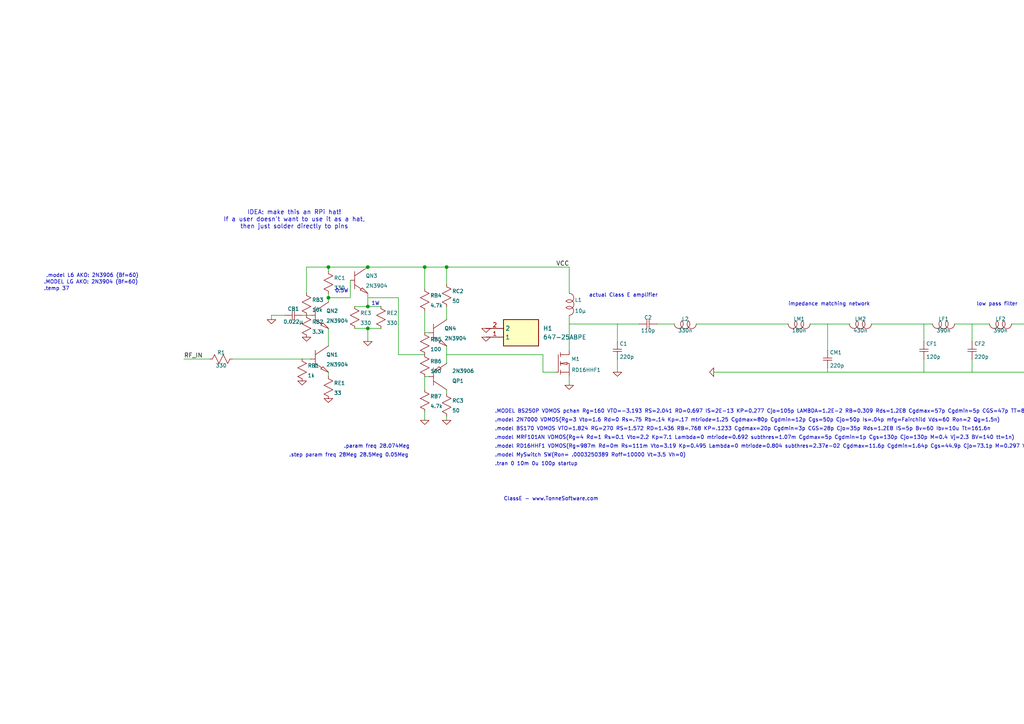
<source format=kicad_sch>
(kicad_sch (version 20231120) (generator "eeschema") (generator_version "8.0")
  (paper "A4")
  (lib_symbols
    (symbol "heatsink:647-25ABPE"
      (property "Reference" "H" (at 16.51 7.62 0))
      (property "Value" "647-25ABPE" (at 16.51 5.08 0))
      (symbol "647-25ABPE_1_1"
        (rectangle (start 5.08 2.54) (end 15.24 -5.08) (stroke (width 0.254)) (fill (type background)))
        (pin passive line (at 0 -2.54 0) (length 5.08) (name "1") (number "1"))
        (pin passive line (at 0 0 0) (length 5.08) (name "2") (number "2"))
      )
    )
    (symbol "ltspice:GND" (power)
      (symbol "GND_0_0"
        (polyline (pts (xy 1.27 0) (xy -1.27 0) (xy 0 -1.1938) (xy 1.27 0) (xy -1.27 0) (xy 0 -1.1938)) (stroke (width 0.1524)))
        (pin power_in line (at 0 0 0) (length 0.0005) (name "") (number ""))
      )
    )
    (symbol "ltspice:cap" (pin_numbers hide)
      (symbol "cap_0_0"
        (polyline (pts (xy 1.27 -5.08) (xy 1.27 -2.8702)) (stroke (width 0.1524)))
        (polyline (pts (xy 1.27 0) (xy 1.27 -2.2352)) (stroke (width 0.1524)))
        (polyline (pts (xy 2.54 -2.8702) (xy 0 -2.8702)) (stroke (width 0.1524)))
        (polyline (pts (xy 2.54 -2.2352) (xy 0 -2.2352)) (stroke (width 0.1524)))
        (pin passive line (at 1.27 0 0) (length 0.0005) (name "") (number "1"))
        (pin passive line (at 1.27 -5.08 0) (length 0.0005) (name "") (number "2"))
      )
    )
    (symbol "ltspice:ind" (pin_numbers hide)
      (symbol "ind_0_0"
        (arc (start 0.3302 -5.4102) (mid 2.6171 -4.436) (end 0.3302 -3.5052) (stroke (width 0.1524)))
        (arc (start 0.3302 -3.5052) (mid 2.518 -3.0472) (end 1.27 -1.27) (stroke (width 0.1524)))
        (arc (start 1.27 -7.62) (mid 2.4433 -5.864) (end 0.3302 -5.4102) (stroke (width 0.1524)))
        (pin passive line (at 1.27 -1.27 0) (length 0.0005) (name "") (number "1"))
        (pin passive line (at 1.27 -7.62 0) (length 0.0005) (name "") (number "2"))
      )
    )
    (symbol "ltspice:nmos" (pin_numbers hide)
      (property "Reference" "M1" (at 4.445 -2.54 0))
      (property "Value" "RD16HHF1" (at 4.445 -5.715 0))
      (symbol "nmos_0_0"
        (polyline (pts (xy 0.635 -6.35) (xy 0 -6.35)) (stroke (width 0.1524)))
        (polyline (pts (xy 0.635 -6.35) (xy 0.635 -1.27)) (stroke (width 0.1524)))
        (polyline (pts (xy 1.27 -6.985) (xy 1.27 -5.715)) (stroke (width 0.1524)))
        (polyline (pts (xy 1.27 -4.445) (xy 1.27 -3.175)) (stroke (width 0.1524)))
        (polyline (pts (xy 1.27 -1.905) (xy 1.27 -0.635)) (stroke (width 0.1524)))
        (polyline (pts (xy 1.27 -1.27) (xy 3.81 -1.27)) (stroke (width 0.1524)))
        (polyline (pts (xy 3.175 -4.1402) (xy 1.27 -3.81)) (stroke (width 0.1524)))
        (polyline (pts (xy 3.175 -4.1402) (xy 3.175 -3.5052)) (stroke (width 0.1524)))
        (polyline (pts (xy 3.175 -3.5052) (xy 1.27 -3.81)) (stroke (width 0.1524)))
        (polyline (pts (xy 3.81 -7.62) (xy 3.81 -3.81)) (stroke (width 0.1524)))
        (polyline (pts (xy 3.81 -6.35) (xy 1.27 -6.35)) (stroke (width 0.1524)))
        (polyline (pts (xy 3.81 -3.81) (xy 3.175 -3.81)) (stroke (width 0.1524)))
        (polyline (pts (xy 3.81 -1.27) (xy 3.81 0)) (stroke (width 0.1524)))
        (pin passive line (at 0 -6.35 0) (length 0.0005) (name "G") (number "1"))
        (pin passive line (at 3.81 -7.62 0) (length 0.0005) (name "S") (number "2"))
      )
      (symbol "nmos_1_0"
        (pin passive line (at 3.81 0 0) (length 0.0005) (name "D") (number "3"))
      )
    )
    (symbol "ltspice:npn" (pin_numbers hide)
      (symbol "npn_0_0"
        (polyline (pts (xy 0 -3.81) (xy 1.27 -3.81)) (stroke (width 0.1524)))
        (polyline (pts (xy 1.27 -5.08) (xy 3.175 -6.35)) (stroke (width 0.1524)))
        (polyline (pts (xy 1.27 -1.27) (xy 1.27 -6.35)) (stroke (width 0.1524)))
        (polyline (pts (xy 2.8702 -6.6802) (xy 3.5052 -6.0452)) (stroke (width 0.1524)))
        (polyline (pts (xy 2.8702 -6.6802) (xy 5.08 -7.62)) (stroke (width 0.1524)))
        (polyline (pts (xy 3.5052 -6.0452) (xy 5.08 -7.62)) (stroke (width 0.1524)))
        (polyline (pts (xy 5.08 0) (xy 1.27 -2.54)) (stroke (width 0.1524)))
        (pin passive line (at 5.08 0 0) (length 0.0005) (name "C") (number "1"))
        (pin passive line (at 0 -3.81 0) (length 0.0005) (name "B") (number "2"))
        (pin passive line (at 5.08 -7.62 0) (length 0.0005) (name "E") (number "3"))
      )
    )
    (symbol "ltspice:pnp" (pin_numbers hide)
      (symbol "pnp_0_0"
        (polyline (pts (xy 0 -3.81) (xy 1.27 -3.81)) (stroke (width 0.1524)))
        (polyline (pts (xy 1.27 -1.27) (xy 1.27 -6.35)) (stroke (width 0.1524)))
        (polyline (pts (xy 2.8702 -6.6802) (xy 1.27 -5.08)) (stroke (width 0.1524)))
        (polyline (pts (xy 2.8702 -6.6802) (xy 3.5052 -6.0452)) (stroke (width 0.1524)))
        (polyline (pts (xy 3.5052 -6.0452) (xy 1.27 -5.08)) (stroke (width 0.1524)))
        (polyline (pts (xy 5.08 -7.62) (xy 3.175 -6.35)) (stroke (width 0.1524)))
        (polyline (pts (xy 5.08 0) (xy 1.27 -2.54)) (stroke (width 0.1524)))
        (pin passive line (at 5.08 0 0) (length 0.0005) (name "C") (number "1"))
        (pin passive line (at 0 -3.81 0) (length 0.0005) (name "B") (number "2"))
        (pin passive line (at 5.08 -7.62 0) (length 0.0005) (name "E") (number "3"))
      )
    )
    (symbol "ltspice:res" (pin_numbers hide)
      (symbol "res_0_0"
        (polyline (pts (xy 0 -6.35) (xy 2.54 -5.08)) (stroke (width 0.1524)))
        (polyline (pts (xy 0 -3.81) (xy 2.54 -2.54)) (stroke (width 0.1524)))
        (polyline (pts (xy 1.27 -7.62) (xy 1.27 -6.985)) (stroke (width 0.1524)))
        (polyline (pts (xy 1.27 -6.985) (xy 0 -6.35)) (stroke (width 0.1524)))
        (polyline (pts (xy 1.27 -1.905) (xy 1.27 -1.27)) (stroke (width 0.1524)))
        (polyline (pts (xy 2.54 -5.08) (xy 0 -3.81)) (stroke (width 0.1524)))
        (polyline (pts (xy 2.54 -2.54) (xy 1.27 -1.905)) (stroke (width 0.1524)))
        (pin passive line (at 1.27 -1.27 0) (length 0.0005) (name "") (number "1"))
        (pin passive line (at 1.27 -7.62 0) (length 0.0005) (name "") (number "2"))
      )
    )
  )
  (junction (at 106.68 88.9))
  (junction (at 106.68 77.47))
  (junction (at 95.25 86.36))
  (junction (at 129.54 77.47))
  (junction (at 106.68 95.25))
  (junction (at 298.45 93.98))
  (junction (at 95.25 77.47))
  (junction (at 123.19 77.47))
  (wire (pts (xy 95.25 109.22) (xy 95.25 107.95)) (stroke (width 0.1524)))
  (wire (pts (xy 298.45 107.95) (xy 298.45 104.14)) (stroke (width 0.1524)))
  (wire (pts (xy 123.19 96.52) (xy 123.19 90.17)) (stroke (width 0.1524)))
  (wire (pts (xy 129.54 92.71) (xy 129.54 88.9)) (stroke (width 0.1524)))
  (wire (pts (xy 246.38 93.98) (xy 240.03 93.98)) (stroke (width 0.1524)))
  (wire (pts (xy 129.54 114.3) (xy 129.54 113.03)) (stroke (width 0.1524)))
  (wire (pts (xy 53.34 104.14) (xy 60.96 104.14)))
  (wire (pts (xy 281.94 107.95) (xy 267.97 107.95)) (stroke (width 0.1524)))
  (wire (pts (xy 101.6 86.36) (xy 95.25 86.36)) (stroke (width 0.1524)))
  (wire (pts (xy 90.17 104.14) (xy 87.63 104.14)) (stroke (width 0.1524)))
  (wire (pts (xy 95.25 100.33) (xy 95.25 95.25)) (stroke (width 0.1524)))
  (wire (pts (xy 106.68 95.25) (xy 106.68 99.06)))
  (wire (pts (xy 106.68 86.36) (xy 106.68 85.09)) (stroke (width 0.1524)))
  (wire (pts (xy 129.54 121.92) (xy 129.54 120.65)) (stroke (width 0.1524)))
  (wire (pts (xy 179.07 99.06) (xy 179.07 93.98)) (stroke (width 0.1524)))
  (wire (pts (xy 161.29 107.95) (xy 157.48 107.95)) (stroke (width 0.1524)))
  (wire (pts (xy 106.68 88.9) (xy 110.49 88.9)))
  (wire (pts (xy 270.51 93.98) (xy 267.97 93.98)) (stroke (width 0.1524)))
  (wire (pts (xy 82.55 91.44) (xy 78.74 91.44)))
  (wire (pts (xy 88.9 85.09) (xy 88.9 77.47)) (stroke (width 0.1524)))
  (wire (pts (xy 179.07 93.98) (xy 165.1 93.98)) (stroke (width 0.1524)))
  (wire (pts (xy 123.19 121.92) (xy 123.19 119.38)) (stroke (width 0.1524)))
  (wire (pts (xy 123.19 113.03) (xy 123.19 109.22)) (stroke (width 0.1524)))
  (wire (pts (xy 106.68 77.47) (xy 123.19 77.47)) (stroke (width 0.1524)))
  (wire (pts (xy 267.97 107.95) (xy 267.97 104.14)) (stroke (width 0.1524)))
  (wire (pts (xy 123.19 77.47) (xy 123.19 83.82)) (stroke (width 0.1524)))
  (wire (pts (xy 185.42 93.98) (xy 179.07 93.98)) (stroke (width 0.1524)))
  (wire (pts (xy 115.57 86.36) (xy 106.68 86.36)) (stroke (width 0.1524)))
  (wire (pts (xy 101.6 86.36) (xy 101.6 81.28)) (stroke (width 0.1524)))
  (wire (pts (xy 123.19 102.87) (xy 115.57 102.87)) (stroke (width 0.1524)))
  (wire (pts (xy 298.45 93.98) (xy 304.8 93.98)))
  (wire (pts (xy 129.54 77.47) (xy 165.1 77.47)) (stroke (width 0.1524)))
  (wire (pts (xy 78.74 91.44) (xy 78.74 92.71)))
  (wire (pts (xy 298.45 107.95) (xy 281.94 107.95)) (stroke (width 0.1524)))
  (wire (pts (xy 102.87 88.9) (xy 106.68 88.9)))
  (wire (pts (xy 88.9 77.47) (xy 95.25 77.47)) (stroke (width 0.1524)))
  (wire (pts (xy 179.07 107.95) (xy 179.07 104.14)) (stroke (width 0.1524)))
  (wire (pts (xy 95.25 85.09) (xy 95.25 86.36)))
  (wire (pts (xy 240.03 107.95) (xy 240.03 106.68)) (stroke (width 0.1524)))
  (wire (pts (xy 240.03 107.95) (xy 207.01 107.95)) (stroke (width 0.1524)))
  (wire (pts (xy 281.94 99.06) (xy 281.94 93.98)) (stroke (width 0.1524)))
  (wire (pts (xy 115.57 102.87) (xy 115.57 86.36)) (stroke (width 0.1524)))
  (wire (pts (xy 267.97 93.98) (xy 252.73 93.98)) (stroke (width 0.1524)))
  (wire (pts (xy 102.87 95.25) (xy 106.68 95.25)))
  (wire (pts (xy 106.68 95.25) (xy 110.49 95.25)))
  (wire (pts (xy 267.97 99.06) (xy 267.97 93.98)) (stroke (width 0.1524)))
  (wire (pts (xy 88.9 91.44) (xy 87.63 91.44)) (stroke (width 0.1524)))
  (wire (pts (xy 287.02 93.98) (xy 281.94 93.98)) (stroke (width 0.1524)))
  (wire (pts (xy 165.1 111.76) (xy 165.1 109.22)) (stroke (width 0.1524)))
  (wire (pts (xy 129.54 105.41) (xy 129.54 102.87)) (stroke (width 0.1524)))
  (wire (pts (xy 267.97 107.95) (xy 240.03 107.95)) (stroke (width 0.1524)))
  (wire (pts (xy 165.1 101.6) (xy 165.1 93.98)) (stroke (width 0.1524)))
  (wire (pts (xy 298.45 99.06) (xy 298.45 93.98)) (stroke (width 0.1524)))
  (wire (pts (xy 95.25 77.47) (xy 95.25 78.74)))
  (wire (pts (xy 95.25 77.47) (xy 106.68 77.47)) (stroke (width 0.1524)))
  (wire (pts (xy 90.17 91.44) (xy 88.9 91.44)) (stroke (width 0.1524)))
  (wire (pts (xy 240.03 93.98) (xy 234.95 93.98)) (stroke (width 0.1524)))
  (wire (pts (xy 228.6 93.98) (xy 201.93 93.98)) (stroke (width 0.1524)))
  (wire (pts (xy 165.1 85.09) (xy 165.1 77.47)) (stroke (width 0.1524)))
  (wire (pts (xy 106.68 88.9) (xy 106.68 86.36)) (stroke (width 0.1524)))
  (wire (pts (xy 129.54 77.47) (xy 123.19 77.47)) (stroke (width 0.1524)))
  (wire (pts (xy 157.48 102.87) (xy 129.54 102.87)) (stroke (width 0.1524)))
  (wire (pts (xy 124.46 109.22) (xy 123.19 109.22)) (stroke (width 0.1524)))
  (wire (pts (xy 190.5 93.98) (xy 195.58 93.98)))
  (wire (pts (xy 95.25 87.63) (xy 95.25 86.36)) (stroke (width 0.1524)))
  (wire (pts (xy 240.03 101.6) (xy 240.03 93.98)) (stroke (width 0.1524)))
  (wire (pts (xy 157.48 107.95) (xy 157.48 102.87)) (stroke (width 0.1524)))
  (wire (pts (xy 165.1 93.98) (xy 165.1 91.44)) (stroke (width 0.1524)))
  (wire (pts (xy 129.54 77.47) (xy 129.54 82.55)) (stroke (width 0.1524)))
  (wire (pts (xy 87.63 104.14) (xy 67.31 104.14)) (stroke (width 0.1524)))
  (wire (pts (xy 281.94 107.95) (xy 281.94 104.14)) (stroke (width 0.1524)))
  (wire (pts (xy 129.54 102.87) (xy 129.54 100.33)) (stroke (width 0.1524)))
  (wire (pts (xy 293.37 93.98) (xy 298.45 93.98)) (stroke (width 0.1524)))
  (wire (pts (xy 124.46 96.52) (xy 123.19 96.52)) (stroke (width 0.1524)))
  (wire (pts (xy 281.94 93.98) (xy 276.86 93.98)) (stroke (width 0.1524)))
  (text "impedance matching network" (at 228.6 88.265 0) (effects (font (size 1.0668 1.0668)) (justify left)))
  (text ".step param freq 28Meg 28.5Meg 0.05Meg" (at 83.82 132.08 0) (effects (font (size 1.0668 1.0668)) (justify left)))
  (text ".model MRF101AN VDMOS(Rg=4 Rd=1 Rs=0.1 Vto=2.2 Kp=7.1 Lambda=0 mtriode=0.692 subthres=1.07m Cgdmax=5p Cgdmin=1p Cgs=130p Cjo=130p M=0.4 Vj=2.3 BV=140 tt=1n)" (at 143.51 127 0) (effects (font (size 1.0668 1.0668)) (justify left)))
  (text ".param freq 28.074Meg" (at 99.695 129.54 0) (effects (font (size 1.0668 1.0668)) (justify left)))
  (text "low pass filter" (at 283.21 88.265 0) (effects (font (size 1.0668 1.0668)) (justify left)))
  (text "0.5W" (at 97.155 84.455 0) (effects (font (size 1.0668 1.0668)) (justify left)))
  (text ".tran 0 10m 0u 100p startup" (at 143.51 134.62 0) (effects (font (size 1.0668 1.0668)) (justify left)))
  (text ".MODEL BS250P VDMOS pchan Rg=160 VTO=-3.193 RS=2.041 RD=0.697 IS=2E-13 KP=0.277 Cjo=105p LAMBDA=1.2E-2 RB=0.309 Rds=1.2E8 Cgdmax=57p Cgdmin=5p CGS=47p TT=86.56n BV=45 IBV=10u" (at 143.51 119.38 0) (effects (font (size 1.0668 1.0668)) (justify left)))
  (text ".model L6 AKO: 2N3906 (Bf=60)" (at 13.335 80.01 0) (effects (font (size 1.0668 1.0668)) (justify left)))
  (text ".model RD16HHF1 VDMOS(Rg=987m Rd=0m Rs=111m Vto=3.19 Kp=0.495 Lambda=0 mtriode=0.804 subthres=2.37e-02 Cgdmax=11.6p Cgdmin=1.64p Cgs=44.9p Cjo=73.1p M=0.297 Vj=0.839)" (at 143.51 129.54 0) (effects (font (size 1.0668 1.0668)) (justify left)))
  (text ".MODEL LG AKO: 2N3904 (Bf=60)" (at 12.7 81.915 0) (effects (font (size 1.0668 1.0668)) (justify left)))
  (text "actual Class E amplifier" (at 170.815 85.725 0) (effects (font (size 1.0668 1.0668)) (justify left)))
  (text ".temp 37" (at 12.7 83.82 0) (effects (font (size 1.0668 1.0668)) (justify left)))
  (text "IDEA: make this an RPi hat!\nIf a user doesn't want to use it as a hat,\nthen just solder directly to pins" (at 85.344 63.754 0) (effects (font (size 1.27 1.27))))
  (text "ClassE - www.TonneSoftware.com" (at 146.05 144.78 0) (effects (font (size 1.0668 1.0668)) (justify left)))
  (text ".model 2N7000 VDMOS(Rg=3 Vto=1.6 Rd=0 Rs=.75 Rb=.14 Kp=.17 mtriode=1.25 Cgdmax=80p Cgdmin=12p Cgs=50p Cjo=50p Is=.04p mfg=Fairchild Vds=60 Ron=2 Qg=1.5n)" (at 143.51 121.92 0) (effects (font (size 1.0668 1.0668)) (justify left)))
  (text ".model MySwitch SW(Ron= .0003250389 Roff=10000 Vt=3.5 Vh=0)" (at 143.51 132.08 0) (effects (font (size 1.0668 1.0668)) (justify left)))
  (text "1W" (at 107.696 88.138 0) (effects (font (size 1.0668 1.0668)) (justify left)))
  (text ".model BS170 VDMOS VTO=1.824 RG=270 RS=1.572 RD=1.436 RB=.768 KP=.1233 Cgdmax=20p Cgdmin=3p CGS=28p Cjo=35p Rds=1.2E8 IS=5p Bv=60 Ibv=10u Tt=161.6n" (at 143.51 124.46 0) (effects (font (size 1.0668 1.0668)) (justify left)))
  (label "VCC" (at 161.29 77.47 0))
  (label "RF_OUT" (at 304.8 93.98 180))
  (label "RF_IN" (at 53.34 104.14 0))
  (symbol (lib_id "ltspice:GND") (at 179.07 107.95 0) (unit 1)
    (property "Reference" "#GND01" (effects (hide yes)))
    (property "Value" "0" (effects (hide yes)))
  )
  (symbol (lib_id "ltspice:GND") (at 140.97 95.25 0) (unit 1)
    (property "Reference" "#GND05" (effects (hide yes)))
    (property "Value" "0" (effects (hide yes)))
  )
  (symbol (lib_id "ltspice:cap") (at 238.76 101.6 0) (unit 1)
    (property "Reference" "CM1" (at 240.665 102.235 0) (effects (font (size 1.0668 1.0668)) (justify left)))
    (property "Value" "220p" (at 240.665 106.045 0) (effects (font (size 1.0668 1.0668)) (justify left)))
    (property "Footprint" "Capacitor_SMD:C_0805_2012Metric_Pad1.18x1.45mm_HandSolder" (effects (hide yes)))
    (property "Description" "600F221FT250XT " (effects (hide yes)))
    (property "Sim.Device" "C" (effects (hide yes)))
    (property "Sim.Params" "C=${VALUE}" (effects (hide yes)))
  )
  (symbol (lib_id "ltspice:cap") (at 177.8 99.06 0) (unit 1)
    (property "Reference" "C1" (at 179.705 99.695 0) (effects (font (size 1.0668 1.0668)) (justify left)))
    (property "Value" "220p" (at 179.705 103.505 0) (effects (font (size 1.0668 1.0668)) (justify left)))
    (property "Footprint" "Capacitor_SMD:C_0805_2012Metric_Pad1.18x1.45mm_HandSolder" (effects (hide yes)))
    (property "Description" "600F221FT250XT " (effects (hide yes)))
    (property "Sim.Device" "C" (effects (hide yes)))
    (property "Sim.Params" "C=${VALUE}" (effects (hide yes)))
  )
  (symbol (lib_id "ltspice:npn") (at 124.46 92.71 0) (unit 1)
    (property "Reference" "QN4" (at 128.905 95.25 0) (effects (font (size 1.0668 1.0668)) (justify left)))
    (property "Value" "2N3904" (at 128.905 98.1202 0) (effects (font (size 1.0668 1.0668)) (justify left)))
    (property "Footprint" "Package_TO_SOT_THT:TO-92L_Inline" (effects (hide yes)))
    (property "Sim.Device" "SPICE" (effects (hide yes)))
    (property "Sim.Params" "model=\"LG\"" (effects (hide yes)))
  )
  (symbol (lib_id "ltspice:ind") (at 254 92.71 270) (unit 1)
    (property "Reference" "LM2" (at 249.555 93.1164 90) (effects (font (size 1.0668 1.0668)) (justify bottom)))
    (property "Value" "430n" (at 249.555 95.25 90) (effects (font (size 1.0668 1.0668)) (justify top)))
    (property "Footprint" "2929SQ-431GEC:2929SQ431GEC" (effects (hide yes)))
    (property "Description" "2929SQ-431GEC" (effects (hide yes)))
    (property "Sim.Device" "L" (effects (hide yes)))
    (property "Sim.Params" "L=${VALUE}" (effects (hide yes)))
  )
  (symbol (lib_id "ltspice:GND") (at 88.9 97.79 0) (unit 1)
    (property "Reference" "#GND010" (effects (hide yes)))
    (property "Value" "0" (effects (hide yes)))
  )
  (symbol (lib_id "ltspice:res") (at 93.98 77.47 0) (unit 1)
    (property "Reference" "RC1" (at 96.8502 80.645 0) (effects (font (size 1.0668 1.0668)) (justify left)))
    (property "Value" "330" (at 96.8502 83.5152 0) (effects (font (size 1.0668 1.0668)) (justify left)))
    (property "Footprint" "Resistor_SMD:R_1206_3216Metric_Pad1.30x1.75mm_HandSolder" (effects (hide yes)))
    (property "Description" "TNPW1206330RBEEA" (effects (hide yes)))
    (property "Sim.Device" "R" (effects (hide yes)))
    (property "Sim.Params" "R=${VALUE}" (effects (hide yes)))
  )
  (symbol (lib_id "ltspice:GND") (at 165.1 111.76 0) (unit 1)
    (property "Reference" "#GND00" (effects (hide yes)))
    (property "Value" "0" (effects (hide yes)))
  )
  (symbol (lib_id "ltspice:res") (at 86.36 102.87 0) (unit 1)
    (property "Reference" "RB1" (at 89.2302 106.045 0) (effects (font (size 1.0668 1.0668)) (justify left)))
    (property "Value" "1k" (at 89.2302 108.9152 0) (effects (font (size 1.0668 1.0668)) (justify left)))
    (property "Footprint" "Resistor_SMD:R_0603_1608Metric_Pad0.98x0.95mm_HandSolder" (effects (hide yes)))
    (property "Description" "RT0603FRE071KL " (effects (hide yes)))
    (property "Sim.Device" "R" (effects (hide yes)))
    (property "Sim.Params" "R=${VALUE}" (effects (hide yes)))
  )
  (symbol (lib_id "ltspice:GND") (at 129.54 121.92 0) (unit 1)
    (property "Reference" "#GND011" (effects (hide yes)))
    (property "Value" "0" (effects (hide yes)))
  )
  (symbol (lib_id "ltspice:res") (at 101.6 87.63 0) (unit 1)
    (property "Reference" "RE3" (at 104.4702 90.805 0) (effects (font (size 1.0668 1.0668)) (justify left)))
    (property "Value" "330" (at 104.4702 93.6752 0) (effects (font (size 1.0668 1.0668)) (justify left)))
    (property "Footprint" "Resistor_SMD:R_1206_3216Metric_Pad1.30x1.75mm_HandSolder" (effects (hide yes)))
    (property "Description" "TNPW1206330RBEEA" (effects (hide yes)))
    (property "Sim.Device" "R" (effects (hide yes)))
    (property "Sim.Params" "R=${VALUE}" (effects (hide yes)))
  )
  (symbol (lib_id "ltspice:res") (at 93.98 107.95 0) (unit 1)
    (property "Reference" "RE1" (at 96.8502 111.125 0) (effects (font (size 1.0668 1.0668)) (justify left)))
    (property "Value" "33" (at 96.8502 113.9952 0) (effects (font (size 1.0668 1.0668)) (justify left)))
    (property "Footprint" "Resistor_SMD:R_0603_1608Metric_Pad0.98x0.95mm_HandSolder" (effects (hide yes)))
    (property "Description" "RT0603FRE0733RL" (effects (hide yes)))
    (property "Sim.Device" "R" (effects (hide yes)))
    (property "Sim.Params" "R=${VALUE}" (effects (hide yes)))
  )
  (symbol (lib_id "ltspice:pnp") (at 124.46 113.03 0) (mirror x) (unit 1)
    (property "Reference" "QP1" (at 131.1402 110.49 0) (effects (font (size 1.0668 1.0668)) (justify left)))
    (property "Value" "2N3906" (at 131.1402 107.6198 0) (effects (font (size 1.0668 1.0668)) (justify left)))
    (property "Footprint" "Package_TO_SOT_THT:TO-92L_Inline" (effects (hide yes)))
    (property "Sim.Device" "SPICE" (effects (hide yes)))
    (property "Sim.Params" "model=\"L6\"" (effects (hide yes)))
  )
  (symbol (lib_id "ltspice:res") (at 121.92 82.55 0) (unit 1)
    (property "Reference" "RB4" (at 124.7902 85.725 0) (effects (font (size 1.0668 1.0668)) (justify left)))
    (property "Value" "4.7k" (at 124.7902 88.5952 0) (effects (font (size 1.0668 1.0668)) (justify left)))
    (property "Footprint" "Resistor_SMD:R_0603_1608Metric_Pad0.98x0.95mm_HandSolder" (effects (hide yes)))
    (property "Description" "RT0603FRE074K7L" (effects (hide yes)))
    (property "Sim.Device" "R" (effects (hide yes)))
    (property "Sim.Params" "R=${VALUE}" (effects (hide yes)))
  )
  (symbol (lib_id "ltspice:npn") (at 101.6 77.47 0) (unit 1)
    (property "Reference" "QN3" (at 106.045 80.01 0) (effects (font (size 1.0668 1.0668)) (justify left)))
    (property "Value" "2N3904" (at 106.045 82.8802 0) (effects (font (size 1.0668 1.0668)) (justify left)))
    (property "Footprint" "Package_TO_SOT_THT:TO-92L_Inline" (effects (hide yes)))
    (property "Sim.Device" "SPICE" (effects (hide yes)))
    (property "Sim.Params" "model=\"LG\"" (effects (hide yes)))
  )
  (symbol (lib_id "heatsink:647-25ABPE") (at 140.97 95.25 0) (unit 1)
    (property "Reference" "H1" (at 157.48 95.2499 0) (effects (justify left)))
    (property "Value" "647-25ABPE" (at 157.48 97.7899 0) (effects (justify left)))
    (property "Footprint" "64725ABPE" (effects (hide yes)))
    (property "Datasheet" "https://wakefieldthermal.com/content/data_sheets/647%20%281%29.pdf" (effects (hide yes)))
    (property "Description" "Heat Sink TO-220 Aluminum 6.0W @ 25C Board Level, Vertical" (effects (hide yes)))
    (property "Height" "63.5" (effects (hide yes)))
    (property "Mouser Part Number" "567-647-25ABPE" (effects (hide yes)))
    (property "Mouser Price/Stock" "https://www.mouser.co.uk/ProductDetail/Wakefield-Thermal/647-25ABPE?qs=1%252ByrAFyf4wEF4vm1j%252Byz0w%3D%3D" (effects (hide yes)))
    (property "Manufacturer_Name" "Wakefield Thermal" (effects (hide yes)))
    (property "Manufacturer_Part_Number" "647-25ABPE" (effects (hide yes)))
  )
  (symbol (lib_id "ltspice:res") (at 121.92 101.6 0) (unit 1)
    (property "Reference" "RB6" (at 124.7902 104.775 0) (effects (font (size 1.0668 1.0668)) (justify left)))
    (property "Value" "100" (at 124.7902 107.6452 0) (effects (font (size 1.0668 1.0668)) (justify left)))
    (property "Footprint" "Resistor_SMD:R_0603_1608Metric_Pad0.98x0.95mm_HandSolder" (effects (hide yes)))
    (property "Description" "RT0603FRE07100RL" (effects (hide yes)))
    (property "Sim.Device" "R" (effects (hide yes)))
    (property "Sim.Params" "R=${VALUE}" (effects (hide yes)))
  )
  (symbol (lib_id "ltspice:res") (at 68.58 102.87 270) (unit 1)
    (property "Reference" "R1" (at 64.135 102.87 90) (effects (font (size 1.0668 1.0668)) (justify bottom)))
    (property "Value" "330" (at 64.135 105.41 90) (effects (font (size 1.0668 1.0668)) (justify top)))
    (property "Footprint" "Resistor_SMD:R_0603_1608Metric_Pad0.98x0.95mm_HandSolder" (effects (hide yes)))
    (property "Description" "RT0603DRD07330RL" (effects (hide yes)))
    (property "Sim.Device" "R" (effects (hide yes)))
    (property "Sim.Params" "R=${VALUE}" (effects (hide yes)))
  )
  (symbol (lib_id "ltspice:res") (at 87.63 83.82 0) (unit 1)
    (property "Reference" "RB3" (at 90.5002 86.995 0) (effects (font (size 1.0668 1.0668)) (justify left)))
    (property "Value" "10k" (at 90.5002 89.8652 0) (effects (font (size 1.0668 1.0668)) (justify left)))
    (property "Footprint" "Resistor_SMD:R_0603_1608Metric_Pad0.98x0.95mm_HandSolder" (effects (hide yes)))
    (property "Description" "RT0603FRE0710KL " (effects (hide yes)))
    (property "Sim.Device" "R" (effects (hide yes)))
    (property "Sim.Params" "R=${VALUE}" (effects (hide yes)))
  )
  (symbol (lib_id "ltspice:GND") (at 140.97 97.79 0) (unit 1)
    (property "Reference" "#GND04" (effects (hide yes)))
    (property "Value" "0" (effects (hide yes)))
  )
  (symbol (lib_id "ltspice:GND") (at 95.25 115.57 0) (unit 1)
    (property "Reference" "#GND08" (effects (hide yes)))
    (property "Value" "0" (effects (hide yes)))
  )
  (symbol (lib_id "ltspice:GND") (at 207.01 107.95 270) (unit 1)
    (property "Reference" "#GND02" (effects (hide yes)))
    (property "Value" "0" (effects (hide yes)))
  )
  (symbol (lib_id "ltspice:cap") (at 87.63 90.17 270) (unit 1)
    (property "Reference" "CB1" (at 85.09 90.17 90) (effects (font (size 1.0668 1.0668)) (justify bottom)))
    (property "Value" "0.022µ" (at 85.09 92.71 90) (effects (font (size 1.0668 1.0668)) (justify top)))
    (property "Footprint" "Capacitor_SMD:C_0805_2012Metric_Pad1.18x1.45mm_HandSolder" (effects (hide yes)))
    (property "Description" "GRM21B5C2A223JA01L" (effects (hide yes)))
    (property "Sim.Device" "C" (effects (hide yes)))
    (property "Sim.Params" "C=${VALUE}" (effects (hide yes)))
  )
  (symbol (lib_id "ltspice:ind") (at 163.83 83.82 0) (unit 1)
    (property "Reference" "L1" (at 166.7002 86.995 0) (effects (font (size 1.0668 1.0668)) (justify left)))
    (property "Value" "10µ" (at 166.7002 90.17 0) (effects (font (size 1.0668 1.0668)) (justify left)))
    (property "Footprint" "B82144A2103K:INDAD3280W80L1200D520" (effects (hide yes)))
    (property "Description" "B82144A2103K " (effects (hide yes)))
    (property "Sim.Device" "L" (effects (hide yes)))
    (property "Sim.Params" "L=${VALUE}" (effects (hide yes)))
  )
  (symbol (lib_id "ltspice:cap") (at 280.67 99.06 0) (unit 1)
    (property "Reference" "CF2" (at 282.575 99.695 0) (effects (font (size 1.0668 1.0668)) (justify left)))
    (property "Value" "220p" (at 282.575 103.505 0) (effects (font (size 1.0668 1.0668)) (justify left)))
    (property "Footprint" "Capacitor_SMD:C_0805_2012Metric_Pad1.18x1.45mm_HandSolder" (effects (hide yes)))
    (property "Description" "600F221FT250XT " (effects (hide yes)))
    (property "Sim.Device" "C" (effects (hide yes)))
    (property "Sim.Params" "C=${VALUE}" (effects (hide yes)))
  )
  (symbol (lib_id "ltspice:ind") (at 203.2 92.71 270) (unit 1)
    (property "Reference" "L2" (at 198.755 93.1164 90) (effects (font (size 1.0668 1.0668)) (justify bottom)))
    (property "Value" "330n" (at 198.755 95.25 90) (effects (font (size 1.0668 1.0668)) (justify top)))
    (property "Footprint" "2929SQ-331GEC:2929SQ331GEC" (effects (hide yes)))
    (property "Description" "2929SQ-331GEC" (effects (hide yes)))
    (property "Sim.Device" "L" (effects (hide yes)))
    (property "Sim.Params" "L=${VALUE}" (effects (hide yes)))
  )
  (symbol (lib_id "ltspice:res") (at 87.63 90.17 0) (unit 1)
    (property "Reference" "RB2" (at 90.5002 93.345 0) (effects (font (size 1.0668 1.0668)) (justify left)))
    (property "Value" "3.3k" (at 90.5002 96.2152 0) (effects (font (size 1.0668 1.0668)) (justify left)))
    (property "Footprint" "Resistor_SMD:R_0603_1608Metric_Pad0.98x0.95mm_HandSolder" (effects (hide yes)))
    (property "Description" "RT0603FRD073K3L " (effects (hide yes)))
    (property "Sim.Device" "R" (effects (hide yes)))
    (property "Sim.Params" "R=${VALUE}" (effects (hide yes)))
  )
  (symbol (lib_id "ltspice:res") (at 121.92 111.76 0) (unit 1)
    (property "Reference" "RB7" (at 124.7902 114.935 0) (effects (font (size 1.0668 1.0668)) (justify left)))
    (property "Value" "4.7k" (at 124.7902 117.8052 0) (effects (font (size 1.0668 1.0668)) (justify left)))
    (property "Footprint" "Resistor_SMD:R_0603_1608Metric_Pad0.98x0.95mm_HandSolder" (effects (hide yes)))
    (property "Description" "RT0603FRE074K7L" (effects (hide yes)))
    (property "Sim.Device" "R" (effects (hide yes)))
    (property "Sim.Params" "R=${VALUE}" (effects (hide yes)))
  )
  (symbol (lib_id "ltspice:res") (at 109.22 87.63 0) (unit 1)
    (property "Reference" "RE2" (at 112.0902 90.805 0) (effects (font (size 1.0668 1.0668)) (justify left)))
    (property "Value" "330" (at 112.0902 93.6752 0) (effects (font (size 1.0668 1.0668)) (justify left)))
    (property "Footprint" "Resistor_SMD:R_1206_3216Metric_Pad1.30x1.75mm_HandSolder" (effects (hide yes)))
    (property "Description" "TNPW1206330RBEEA" (effects (hide yes)))
    (property "Sim.Device" "R" (effects (hide yes)))
    (property "Sim.Params" "R=${VALUE}" (effects (hide yes)))
  )
  (symbol (lib_id "ltspice:cap") (at 190.5 92.71 270) (unit 1)
    (property "Reference" "C2" (at 187.96 92.71 90) (effects (font (size 1.0668 1.0668)) (justify bottom)))
    (property "Value" "110p" (at 187.96 95.25 90) (effects (font (size 1.0668 1.0668)) (justify top)))
    (property "Footprint" "Capacitor_SMD:C_0805_2012Metric_Pad1.18x1.45mm_HandSolder" (effects (hide yes)))
    (property "Description" "600F111GW250XT" (effects (hide yes)))
    (property "Sim.Device" "C" (effects (hide yes)))
    (property "Sim.Params" "C=${VALUE}" (effects (hide yes)))
  )
  (symbol (lib_id "ltspice:res") (at 128.27 113.03 0) (unit 1)
    (property "Reference" "RC3" (at 131.1402 116.205 0) (effects (font (size 1.0668 1.0668)) (justify left)))
    (property "Value" "50" (at 131.1402 119.0752 0) (effects (font (size 1.0668 1.0668)) (justify left)))
    (property "Footprint" "Resistor_SMD:R_1206_3216Metric_Pad1.30x1.75mm_HandSolder" (effects (hide yes)))
    (property "Description" "TFHP1206D-50RFT5" (effects (hide yes)))
    (property "Sim.Device" "R" (effects (hide yes)))
    (property "Sim.Params" "R=${VALUE}" (effects (hide yes)))
  )
  (symbol (lib_id "ltspice:res") (at 128.27 81.28 0) (unit 1)
    (property "Reference" "RC2" (at 131.1402 84.455 0) (effects (font (size 1.0668 1.0668)) (justify left)))
    (property "Value" "50" (at 131.1402 87.3252 0) (effects (font (size 1.0668 1.0668)) (justify left)))
    (property "Footprint" "Resistor_SMD:R_1206_3216Metric_Pad1.30x1.75mm_HandSolder" (effects (hide yes)))
    (property "Description" "TFHP1206D-50RFT5" (effects (hide yes)))
    (property "Sim.Device" "R" (effects (hide yes)))
    (property "Sim.Params" "R=${VALUE}" (effects (hide yes)))
  )
  (symbol (lib_id "ltspice:ind") (at 278.13 92.71 270) (unit 1)
    (property "Reference" "LF1" (at 273.685 93.1164 90) (effects (font (size 1.0668 1.0668)) (justify bottom)))
    (property "Value" "390n" (at 273.685 95.25 90) (effects (font (size 1.0668 1.0668)) (justify top)))
    (property "Footprint" "2929SQ-391GEC:2929SQ391GEC" (effects (hide yes)))
    (property "Description" "2929SQ-391GEC" (effects (hide yes)))
    (property "Sim.Device" "L" (effects (hide yes)))
    (property "Sim.Params" "L=${VALUE}" (effects (hide yes)))
  )
  (symbol (lib_id "ltspice:res") (at 121.92 95.25 0) (unit 1)
    (property "Reference" "RB5" (at 124.7902 98.425 0) (effects (font (size 1.0668 1.0668)) (justify left)))
    (property "Value" "100" (at 124.7902 101.2952 0) (effects (font (size 1.0668 1.0668)) (justify left)))
    (property "Footprint" "Resistor_SMD:R_0603_1608Metric_Pad0.98x0.95mm_HandSolder" (effects (hide yes)))
    (property "Description" "RT0603FRE07100RL" (effects (hide yes)))
    (property "Sim.Device" "R" (effects (hide yes)))
    (property "Sim.Params" "R=${VALUE}" (effects (hide yes)))
  )
  (symbol (lib_id "ltspice:npn") (at 90.17 100.33 0) (unit 1)
    (property "Reference" "QN1" (at 94.615 102.87 0) (effects (font (size 1.0668 1.0668)) (justify left)))
    (property "Value" "2N3904" (at 94.615 105.7402 0) (effects (font (size 1.0668 1.0668)) (justify left)))
    (property "Footprint" "Package_TO_SOT_THT:TO-92L_Inline" (effects (hide yes)))
    (property "Sim.Device" "SPICE" (effects (hide yes)))
    (property "Sim.Params" "model=\"LG\"" (effects (hide yes)))
  )
  (symbol (lib_id "ltspice:GND") (at 87.63 110.49 0) (unit 1)
    (property "Reference" "#GND06" (effects (hide yes)))
    (property "Value" "0" (effects (hide yes)))
  )
  (symbol (lib_id "ltspice:GND") (at 78.74 92.71 0) (unit 1)
    (property "Reference" "#GND03" (effects (hide yes)))
    (property "Value" "0" (effects (hide yes)))
  )
  (symbol (lib_id "ltspice:GND") (at 106.68 99.06 0) (unit 1)
    (property "Reference" "#GND09" (effects (hide yes)))
    (property "Value" "0" (effects (hide yes)))
  )
  (symbol (lib_id "ltspice:nmos") (at 161.29 101.6 0) (unit 1)
    (property "Reference" "M1" (at 165.735 104.14 0) (effects (font (size 1.0668 1.0668)) (justify left)))
    (property "Value" "RD16HHF1" (at 165.735 107.315 0) (effects (font (size 1.0668 1.0668)) (justify left)))
    (property "Footprint" "Package_TO_SOT_THT:TO-220-3_Vertical" (effects (hide yes)))
    (property "Sim.Device" "SPICE" (effects (hide yes)))
    (property "Sim.Params" "model=\"RD16HHF1\"" (effects (hide yes)))
  )
  (symbol (lib_id "ltspice:cap") (at 297.18 99.06 0) (unit 1)
    (property "Reference" "CF3" (at 299.085 99.695 0) (effects (font (size 1.0668 1.0668)) (justify left)))
    (property "Value" "120p" (at 299.085 103.505 0) (effects (font (size 1.0668 1.0668)) (justify left)))
    (property "Footprint" "Capacitor_SMD:C_0805_2012Metric_Pad1.18x1.45mm_HandSolder" (effects (hide yes)))
    (property "Description" "600F121FT250XT" (effects (hide yes)))
    (property "Sim.Device" "C" (effects (hide yes)))
    (property "Sim.Params" "C=${VALUE}" (effects (hide yes)))
  )
  (symbol (lib_id "ltspice:npn") (at 90.17 87.63 0) (unit 1)
    (property "Reference" "QN2" (at 94.615 90.17 0) (effects (font (size 1.0668 1.0668)) (justify left)))
    (property "Value" "2N3904" (at 94.615 93.0402 0) (effects (font (size 1.0668 1.0668)) (justify left)))
    (property "Footprint" "Package_TO_SOT_THT:TO-92L_Inline" (effects (hide yes)))
    (property "Sim.Device" "SPICE" (effects (hide yes)))
    (property "Sim.Params" "model=\"LG\"" (effects (hide yes)))
  )
  (symbol (lib_id "ltspice:ind") (at 294.64 92.71 270) (unit 1)
    (property "Reference" "LF2" (at 290.195 93.1164 90) (effects (font (size 1.0668 1.0668)) (justify bottom)))
    (property "Value" "390n" (at 290.195 95.25 90) (effects (font (size 1.0668 1.0668)) (justify top)))
    (property "Footprint" "2929SQ-391GEC:2929SQ391GEC" (effects (hide yes)))
    (property "Description" "2929SQ-391GEC" (effects (hide yes)))
    (property "Sim.Device" "L" (effects (hide yes)))
    (property "Sim.Params" "L=${VALUE}" (effects (hide yes)))
  )
  (symbol (lib_id "ltspice:GND") (at 123.19 121.92 0) (unit 1)
    (property "Reference" "#GND012" (effects (hide yes)))
    (property "Value" "0" (effects (hide yes)))
  )
  (symbol (lib_id "ltspice:ind") (at 236.22 92.71 270) (unit 1)
    (property "Reference" "LM1" (at 231.775 93.1164 90) (effects (font (size 1.0668 1.0668)) (justify bottom)))
    (property "Value" "180n" (at 231.775 95.25 90) (effects (font (size 1.0668 1.0668)) (justify top)))
    (property "Footprint" "2222SQ:2222SQ181JEC" (effects (hide yes)))
    (property "Description" "2222SQ-181GEC" (effects (hide yes)))
    (property "Sim.Device" "L" (effects (hide yes)))
    (property "Sim.Params" "L=${VALUE}" (effects (hide yes)))
  )
  (symbol (lib_id "ltspice:cap") (at 266.7 99.06 0) (unit 1)
    (property "Reference" "CF1" (at 268.605 99.695 0) (effects (font (size 1.0668 1.0668)) (justify left)))
    (property "Value" "120p" (at 268.605 103.505 0) (effects (font (size 1.0668 1.0668)) (justify left)))
    (property "Footprint" "Capacitor_SMD:C_0805_2012Metric_Pad1.18x1.45mm_HandSolder" (effects (hide yes)))
    (property "Description" "600F121FT250XT" (effects (hide yes)))
    (property "Sim.Device" "C" (effects (hide yes)))
    (property "Sim.Params" "C=${VALUE}" (effects (hide yes)))
  )
)
</source>
